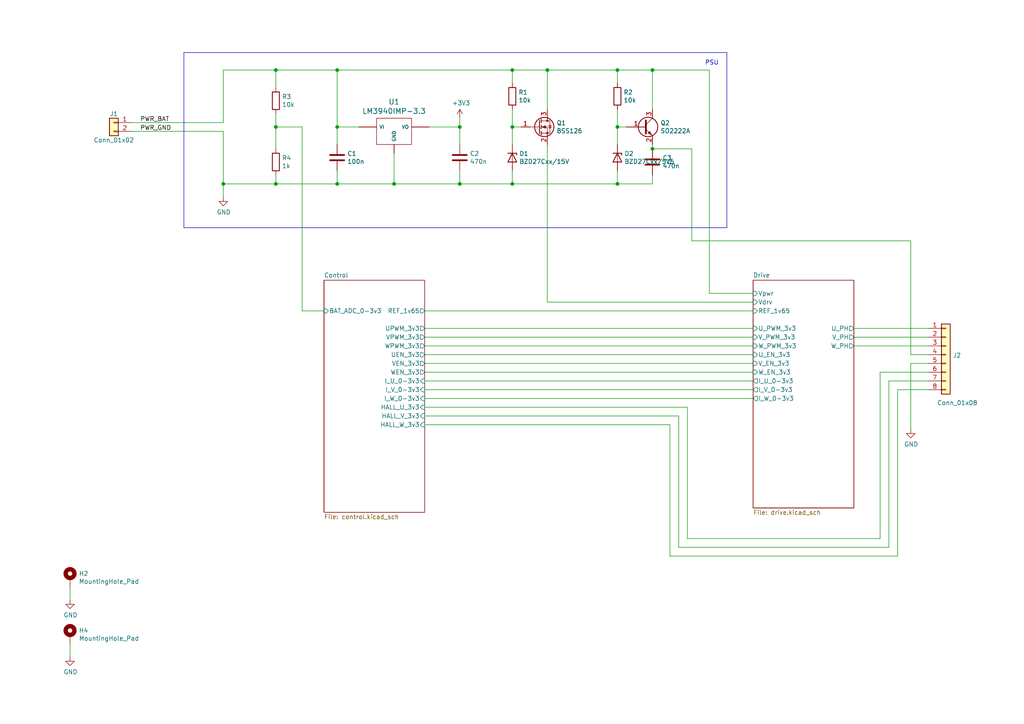
<source format=kicad_sch>
(kicad_sch (version 20230121) (generator eeschema)
  (paper "A4")
  (title_block (title "Canon") (rev "2019") (company "Cocobot") (comment 1 "Version originale: Brushless SSLv2 - R. Deniéport") (comment 2 "CC-BY 4.0"))
  (lib_symbols
    (symbol "Connector_Generic:Conn_01x02" (pin_names (offset 1.016) hide)
      (property "Reference" "J" (at 0 2.54 0))
      (property "Value" "Conn_01x02" (at 0 -5.08 0))
      (symbol "Conn_01x02_1_1"
        (rectangle (start -1.27 -2.413) (end 0 -2.667) (stroke (width 0.1524)))
        (rectangle (start -1.27 0.127) (end 0 -0.127) (stroke (width 0.1524)))
        (rectangle (start -1.27 1.27) (end 1.27 -3.81) (stroke (width 0.254)) (fill (type background)))
        (pin passive line (at -5.08 0 0) (length 3.81) (name "Pin_1") (number "1"))
        (pin passive line (at -5.08 -2.54 0) (length 3.81) (name "Pin_2") (number "2"))
      )
    )
    (symbol "Connector_Generic:Conn_01x08" (pin_names (offset 1.016) hide)
      (property "Reference" "J" (at 0 10.16 0))
      (property "Value" "Conn_01x08" (at 0 -12.7 0))
      (symbol "Conn_01x08_1_1"
        (rectangle (start -1.27 -10.033) (end 0 -10.287) (stroke (width 0.1524)))
        (rectangle (start -1.27 -7.493) (end 0 -7.747) (stroke (width 0.1524)))
        (rectangle (start -1.27 -4.953) (end 0 -5.207) (stroke (width 0.1524)))
        (rectangle (start -1.27 -2.413) (end 0 -2.667) (stroke (width 0.1524)))
        (rectangle (start -1.27 0.127) (end 0 -0.127) (stroke (width 0.1524)))
        (rectangle (start -1.27 2.667) (end 0 2.413) (stroke (width 0.1524)))
        (rectangle (start -1.27 5.207) (end 0 4.953) (stroke (width 0.1524)))
        (rectangle (start -1.27 7.747) (end 0 7.493) (stroke (width 0.1524)))
        (rectangle (start -1.27 8.89) (end 1.27 -11.43) (stroke (width 0.254)) (fill (type background)))
        (pin passive line (at -5.08 7.62 0) (length 3.81) (name "Pin_1") (number "1"))
        (pin passive line (at -5.08 5.08 0) (length 3.81) (name "Pin_2") (number "2"))
        (pin passive line (at -5.08 2.54 0) (length 3.81) (name "Pin_3") (number "3"))
        (pin passive line (at -5.08 0 0) (length 3.81) (name "Pin_4") (number "4"))
        (pin passive line (at -5.08 -2.54 0) (length 3.81) (name "Pin_5") (number "5"))
        (pin passive line (at -5.08 -5.08 0) (length 3.81) (name "Pin_6") (number "6"))
        (pin passive line (at -5.08 -7.62 0) (length 3.81) (name "Pin_7") (number "7"))
        (pin passive line (at -5.08 -10.16 0) (length 3.81) (name "Pin_8") (number "8"))
      )
    )
    (symbol "Device:C" (pin_numbers hide) (pin_names (offset 0.254))
      (property "Reference" "C" (at 0.635 2.54 0))
      (property "Value" "C" (at 0.635 -2.54 0))
      (symbol "C_0_1"
        (polyline (pts (xy -2.032 -0.762) (xy 2.032 -0.762)) (stroke (width 0.508)))
        (polyline (pts (xy -2.032 0.762) (xy 2.032 0.762)) (stroke (width 0.508)))
      )
      (symbol "C_1_1"
        (pin passive line (at 0 3.81 270) (length 2.794) (name "~") (number "1"))
        (pin passive line (at 0 -3.81 90) (length 2.794) (name "~") (number "2"))
      )
    )
    (symbol "Device:D_Zener" (pin_numbers hide) (pin_names (offset 1.016) hide)
      (property "Reference" "D" (at 0 2.54 0))
      (property "Value" "D_Zener" (at 0 -2.54 0))
      (symbol "D_Zener_0_1"
        (polyline (pts (xy 1.27 0) (xy -1.27 0)))
        (polyline (pts (xy -1.27 -1.27) (xy -1.27 1.27) (xy -0.762 1.27)) (stroke (width 0.254)))
        (polyline (pts (xy 1.27 -1.27) (xy 1.27 1.27) (xy -1.27 0) (xy 1.27 -1.27)) (stroke (width 0.254)))
      )
      (symbol "D_Zener_1_1"
        (pin passive line (at -3.81 0 0) (length 2.54) (name "K") (number "1"))
        (pin passive line (at 3.81 0 180) (length 2.54) (name "A") (number "2"))
      )
    )
    (symbol "Device:Q_NMOS_GSD" (pin_names (offset 0) hide)
      (property "Reference" "Q" (at 5.08 1.27 0))
      (property "Value" "Q_NMOS_GSD" (at 5.08 -1.27 0))
      (symbol "Q_NMOS_GSD_0_1"
        (polyline (pts (xy 0.254 0) (xy -2.54 0)))
        (polyline (pts (xy 0.254 1.905) (xy 0.254 -1.905)) (stroke (width 0.254)))
        (polyline (pts (xy 0.762 -1.27) (xy 0.762 -2.286)) (stroke (width 0.254)))
        (polyline (pts (xy 0.762 0.508) (xy 0.762 -0.508)) (stroke (width 0.254)))
        (polyline (pts (xy 0.762 2.286) (xy 0.762 1.27)) (stroke (width 0.254)))
        (polyline (pts (xy 2.54 2.54) (xy 2.54 1.778)))
        (polyline (pts (xy 2.54 -2.54) (xy 2.54 0) (xy 0.762 0)))
        (polyline (pts (xy 0.762 -1.778) (xy 3.302 -1.778) (xy 3.302 1.778) (xy 0.762 1.778)))
        (polyline (pts (xy 1.016 0) (xy 2.032 0.381) (xy 2.032 -0.381) (xy 1.016 0)) (fill (type outline)))
        (polyline (pts (xy 2.794 0.508) (xy 2.921 0.381) (xy 3.683 0.381) (xy 3.81 0.254)))
        (polyline (pts (xy 3.302 0.381) (xy 2.921 -0.254) (xy 3.683 -0.254) (xy 3.302 0.381)))
        (circle (center 1.651 0) (radius 2.794) (stroke (width 0.254)))
        (circle (center 2.54 -1.778) (radius 0.254) (fill (type outline)))
        (circle (center 2.54 1.778) (radius 0.254) (fill (type outline)))
      )
      (symbol "Q_NMOS_GSD_1_1"
        (pin input line (at -5.08 0 0) (length 2.54) (name "G") (number "1"))
        (pin passive line (at 2.54 -5.08 90) (length 2.54) (name "S") (number "2"))
        (pin passive line (at 2.54 5.08 270) (length 2.54) (name "D") (number "3"))
      )
    )
    (symbol "Device:Q_NPN_BEC" (pin_names (offset 0) hide)
      (property "Reference" "Q" (at 5.08 1.27 0))
      (property "Value" "Q_NPN_BEC" (at 5.08 -1.27 0))
      (symbol "Q_NPN_BEC_0_1"
        (polyline (pts (xy 0.635 0.635) (xy 2.54 2.54)))
        (polyline (pts (xy 0.635 -0.635) (xy 2.54 -2.54) (xy 2.54 -2.54)))
        (polyline (pts (xy 0.635 1.905) (xy 0.635 -1.905) (xy 0.635 -1.905)) (stroke (width 0.508)))
        (polyline (pts (xy 1.27 -1.778) (xy 1.778 -1.27) (xy 2.286 -2.286) (xy 1.27 -1.778) (xy 1.27 -1.778)) (fill (type outline)))
        (circle (center 1.27 0) (radius 2.8194) (stroke (width 0.254)))
      )
      (symbol "Q_NPN_BEC_1_1"
        (pin input line (at -5.08 0 0) (length 5.715) (name "B") (number "1"))
        (pin passive line (at 2.54 -5.08 90) (length 2.54) (name "E") (number "2"))
        (pin passive line (at 2.54 5.08 270) (length 2.54) (name "C") (number "3"))
      )
    )
    (symbol "Device:R" (pin_numbers hide) (pin_names (offset 0))
      (property "Reference" "R" (at 2.032 0 90))
      (property "Value" "R" (at 0 0 90))
      (symbol "R_0_1"
        (rectangle (start -1.016 -2.54) (end 1.016 2.54) (stroke (width 0.254)))
      )
      (symbol "R_1_1"
        (pin passive line (at 0 3.81 270) (length 1.27) (name "~") (number "1"))
        (pin passive line (at 0 -3.81 90) (length 1.27) (name "~") (number "2"))
      )
    )
    (symbol "Mechanical:MountingHole_Pad" (pin_numbers hide) (pin_names (offset 1.016) hide)
      (property "Reference" "H" (at 0 6.35 0))
      (property "Value" "MountingHole_Pad" (at 0 4.445 0))
      (symbol "MountingHole_Pad_0_1"
        (circle (center 0 1.27) (radius 1.27) (stroke (width 1.27)))
      )
      (symbol "MountingHole_Pad_1_1"
        (pin input line (at 0 -2.54 90) (length 2.54) (name "1") (number "1"))
      )
    )
    (symbol "canon_2019-rescue:LM3940IMP-3.3-espitall" (pin_numbers hide) (pin_names (offset 0.762))
      (property "Reference" "U" (at 3.81 -4.9784 0))
      (property "Value" "espitall:LM3940IMP-3.3" (at 0 5.08 0))
      (symbol "LM3940IMP-3.3-espitall_0_1"
        (rectangle (start -5.08 -3.81) (end 5.08 3.81))
      )
      (symbol "LM3940IMP-3.3-espitall_1_1"
        (pin power_in line (at -10.16 1.27 0) (length 5.08) (name "VI") (number "1"))
        (pin power_in line (at 0 -6.35 90) (length 2.54) (name "GND") (number "2"))
        (pin power_out line (at 10.16 1.27 180) (length 5.08) (name "VO") (number "3"))
      )
    )
    (symbol "power:+3V3" (power) (pin_names (offset 0))
      (property "Value" "+3V3" (at 0 3.556 0))
      (symbol "+3V3_0_1"
        (polyline (pts (xy -0.762 1.27) (xy 0 2.54)))
        (polyline (pts (xy 0 0) (xy 0 2.54)))
        (polyline (pts (xy 0 2.54) (xy 0.762 1.27)))
      )
      (symbol "+3V3_1_1"
        (pin power_in line (at 0 0 90) (length 0) hide (name "+3V3") (number "1"))
      )
    )
    (symbol "power:GND" (power) (pin_names (offset 0))
      (property "Value" "GND" (at 0 -3.81 0))
      (symbol "GND_0_1"
        (polyline (pts (xy 0 0) (xy 0 -1.27) (xy 1.27 -1.27) (xy 0 -2.54) (xy -1.27 -1.27) (xy 0 -1.27)))
      )
      (symbol "GND_1_1"
        (pin power_in line (at 0 0 270) (length 0) hide (name "GND") (number "1"))
      )
    )
  )
  (junction (at 133.35 36.83))
  (junction (at 179.07 53.34))
  (junction (at 179.07 36.83))
  (junction (at 133.35 53.34))
  (junction (at 80.01 36.83))
  (junction (at 189.23 43.18))
  (junction (at 179.07 20.32))
  (junction (at 189.23 20.32))
  (junction (at 114.3 53.34))
  (junction (at 97.79 36.83))
  (junction (at 148.59 20.32))
  (junction (at 97.79 20.32))
  (junction (at 158.75 20.32))
  (junction (at 80.01 53.34))
  (junction (at 97.79 53.34))
  (junction (at 148.59 36.83))
  (junction (at 148.59 53.34))
  (junction (at 64.77 53.34))
  (junction (at 80.01 20.32))
  (wire (pts (xy 158.75 20.32) (xy 179.07 20.32)))
  (wire (pts (xy 196.85 120.65) (xy 123.19 120.65)))
  (wire (pts (xy 269.24 102.87) (xy 264.16 102.87)))
  (wire (pts (xy 189.23 43.18) (xy 200.66 43.18)))
  (polyline (pts (xy 53.34 15.24) (xy 53.34 66.04)))
  (wire (pts (xy 123.19 100.33) (xy 218.44 100.33)))
  (wire (pts (xy 80.01 36.83) (xy 80.01 43.18)))
  (wire (pts (xy 269.24 100.33) (xy 247.65 100.33)))
  (wire (pts (xy 179.07 41.91) (xy 179.07 36.83)))
  (wire (pts (xy 181.61 36.83) (xy 179.07 36.83)))
  (wire (pts (xy 97.79 53.34) (xy 97.79 49.53)))
  (wire (pts (xy 269.24 107.95) (xy 255.27 107.95)))
  (wire (pts (xy 114.3 53.34) (xy 133.35 53.34)))
  (wire (pts (xy 269.24 110.49) (xy 257.81 110.49)))
  (wire (pts (xy 20.32 173.99) (xy 20.32 170.18)))
  (wire (pts (xy 123.19 105.41) (xy 218.44 105.41)))
  (wire (pts (xy 264.16 124.46) (xy 264.16 105.41)))
  (wire (pts (xy 97.79 53.34) (xy 114.3 53.34)))
  (wire (pts (xy 247.65 95.25) (xy 269.24 95.25)))
  (wire (pts (xy 64.77 38.1) (xy 64.77 53.34)))
  (wire (pts (xy 133.35 53.34) (xy 133.35 49.53)))
  (polyline (pts (xy 210.82 15.24) (xy 53.34 15.24)))
  (wire (pts (xy 179.07 36.83) (xy 179.07 31.75)))
  (wire (pts (xy 189.23 50.8) (xy 189.23 53.34)))
  (wire (pts (xy 148.59 53.34) (xy 133.35 53.34)))
  (polyline (pts (xy 53.34 66.04) (xy 210.82 66.04)))
  (wire (pts (xy 97.79 20.32) (xy 148.59 20.32)))
  (wire (pts (xy 257.81 110.49) (xy 257.81 158.75)))
  (wire (pts (xy 93.98 90.17) (xy 87.63 90.17)))
  (wire (pts (xy 255.27 156.21) (xy 199.39 156.21)))
  (polyline (pts (xy 210.82 66.04) (xy 210.82 15.24)))
  (wire (pts (xy 260.35 161.29) (xy 260.35 113.03)))
  (wire (pts (xy 218.44 107.95) (xy 123.19 107.95)))
  (wire (pts (xy 196.85 158.75) (xy 196.85 120.65)))
  (wire (pts (xy 64.77 20.32) (xy 80.01 20.32)))
  (wire (pts (xy 205.74 85.09) (xy 218.44 85.09)))
  (wire (pts (xy 104.14 36.83) (xy 97.79 36.83)))
  (wire (pts (xy 114.3 53.34) (xy 114.3 44.45)))
  (wire (pts (xy 200.66 43.18) (xy 200.66 69.85)))
  (wire (pts (xy 97.79 36.83) (xy 97.79 20.32)))
  (wire (pts (xy 194.31 161.29) (xy 260.35 161.29)))
  (wire (pts (xy 218.44 115.57) (xy 123.19 115.57)))
  (wire (pts (xy 218.44 110.49) (xy 123.19 110.49)))
  (wire (pts (xy 158.75 31.75) (xy 158.75 20.32)))
  (wire (pts (xy 179.07 49.53) (xy 179.07 53.34)))
  (wire (pts (xy 264.16 102.87) (xy 264.16 69.85)))
  (wire (pts (xy 199.39 156.21) (xy 199.39 118.11)))
  (wire (pts (xy 189.23 20.32) (xy 205.74 20.32)))
  (wire (pts (xy 87.63 36.83) (xy 87.63 90.17)))
  (wire (pts (xy 257.81 158.75) (xy 196.85 158.75)))
  (wire (pts (xy 38.1 38.1) (xy 64.77 38.1)))
  (wire (pts (xy 123.19 113.03) (xy 218.44 113.03)))
  (wire (pts (xy 148.59 53.34) (xy 179.07 53.34)))
  (wire (pts (xy 133.35 41.91) (xy 133.35 36.83)))
  (wire (pts (xy 179.07 20.32) (xy 179.07 24.13)))
  (wire (pts (xy 158.75 41.91) (xy 158.75 87.63)))
  (wire (pts (xy 218.44 102.87) (xy 123.19 102.87)))
  (wire (pts (xy 148.59 20.32) (xy 148.59 24.13)))
  (wire (pts (xy 189.23 41.91) (xy 189.23 43.18)))
  (wire (pts (xy 64.77 35.56) (xy 64.77 20.32)))
  (wire (pts (xy 260.35 113.03) (xy 269.24 113.03)))
  (wire (pts (xy 189.23 31.75) (xy 189.23 20.32)))
  (wire (pts (xy 123.19 95.25) (xy 218.44 95.25)))
  (wire (pts (xy 80.01 50.8) (xy 80.01 53.34)))
  (wire (pts (xy 64.77 53.34) (xy 80.01 53.34)))
  (wire (pts (xy 80.01 36.83) (xy 87.63 36.83)))
  (wire (pts (xy 148.59 49.53) (xy 148.59 53.34)))
  (wire (pts (xy 189.23 53.34) (xy 179.07 53.34)))
  (wire (pts (xy 20.32 190.5) (xy 20.32 186.69)))
  (wire (pts (xy 80.01 33.02) (xy 80.01 36.83)))
  (wire (pts (xy 123.19 123.19) (xy 194.31 123.19)))
  (wire (pts (xy 133.35 34.29) (xy 133.35 36.83)))
  (wire (pts (xy 255.27 107.95) (xy 255.27 156.21)))
  (wire (pts (xy 264.16 69.85) (xy 200.66 69.85)))
  (wire (pts (xy 123.19 90.17) (xy 218.44 90.17)))
  (wire (pts (xy 189.23 20.32) (xy 179.07 20.32)))
  (wire (pts (xy 264.16 105.41) (xy 269.24 105.41)))
  (wire (pts (xy 158.75 20.32) (xy 148.59 20.32)))
  (wire (pts (xy 80.01 53.34) (xy 97.79 53.34)))
  (wire (pts (xy 218.44 97.79) (xy 123.19 97.79)))
  (wire (pts (xy 247.65 97.79) (xy 269.24 97.79)))
  (wire (pts (xy 151.13 36.83) (xy 148.59 36.83)))
  (wire (pts (xy 148.59 36.83) (xy 148.59 31.75)))
  (wire (pts (xy 199.39 118.11) (xy 123.19 118.11)))
  (wire (pts (xy 38.1 35.56) (xy 64.77 35.56)))
  (wire (pts (xy 64.77 57.15) (xy 64.77 53.34)))
  (wire (pts (xy 97.79 41.91) (xy 97.79 36.83)))
  (wire (pts (xy 97.79 20.32) (xy 80.01 20.32)))
  (wire (pts (xy 205.74 20.32) (xy 205.74 85.09)))
  (wire (pts (xy 218.44 87.63) (xy 158.75 87.63)))
  (wire (pts (xy 194.31 123.19) (xy 194.31 161.29)))
  (wire (pts (xy 124.46 36.83) (xy 133.35 36.83)))
  (wire (pts (xy 80.01 25.4) (xy 80.01 20.32)))
  (wire (pts (xy 148.59 41.91) (xy 148.59 36.83)))
  (text "PSU" (at 204.47 19.05 0) (effects (font (size 1.27 1.27)) (justify left bottom)))
  (label "PWR_GND" (at 40.64 38.1 0))
  (label "PWR_BAT" (at 40.64 35.56 0))
  (symbol (lib_id "Connector_Generic:Conn_01x02") (at 33.02 35.56 0) (mirror y) (unit 1)
    (property "Reference" "J1" (at 33.02 33.02 0))
    (property "Value" "Conn_01x02" (at 33.02 40.64 0))
    (property "Footprint" "Pin_Headers:Pin_Header_Straight_1x02_Pitch2.54mm" (effects hide))
  )
  (symbol (lib_id "Device:R") (at 80.01 29.21 0) (unit 1)
    (property "Reference" "R3" (at 81.788 28.0416 0) (effects (justify left)))
    (property "Value" "10k" (at 81.788 30.353 0) (effects (justify left)))
    (property "Footprint" "espitall:R_0603" (effects hide))
  )
  (symbol (lib_id "Device:R") (at 80.01 46.99 0) (unit 1)
    (property "Reference" "R4" (at 81.788 45.8216 0) (effects (justify left)))
    (property "Value" "1k" (at 81.788 48.133 0) (effects (justify left)))
    (property "Footprint" "espitall:R_0603" (effects hide))
  )
  (symbol (lib_id "canon_2019-rescue:LM3940IMP-3.3-espitall") (at 114.3 38.1 0) (unit 1)
    (property "Reference" "U1" (at 114.3 29.5402 0) (effects (font (size 1.524 1.524))))
    (property "Value" "LM3940IMP-3.3" (at 114.3 32.2326 0) (effects (font (size 1.524 1.524))))
    (property "Footprint" "espitall:SOT-223-3_TabPin2" (effects hide))
  )
  (symbol (lib_id "Device:C") (at 97.79 45.72 0) (unit 1)
    (property "Reference" "C1" (at 100.711 44.5516 0) (effects (justify left)))
    (property "Value" "100n" (at 100.711 46.863 0) (effects (justify left)))
    (property "Footprint" "espitall:C_0603" (effects hide))
  )
  (symbol (lib_id "power:+3V3") (at 133.35 34.29 0) (unit 1)
    (property "Reference" "#PWR0101" (effects hide))
    (property "Value" "+3V3" (at 133.731 29.8958 0))
  )
  (symbol (lib_id "Device:C") (at 133.35 45.72 0) (unit 1)
    (property "Reference" "C2" (at 136.271 44.5516 0) (effects (justify left)))
    (property "Value" "470n" (at 136.271 46.863 0) (effects (justify left)))
    (property "Footprint" "espitall:C_0603" (effects hide))
  )
  (symbol (lib_id "power:GND") (at 64.77 57.15 0) (unit 1)
    (property "Reference" "#PWR0102" (effects hide))
    (property "Value" "GND" (at 64.897 61.5442 0))
  )
  (symbol (lib_id "Device:R") (at 148.59 27.94 0) (unit 1)
    (property "Reference" "R1" (at 150.368 26.7716 0) (effects (justify left)))
    (property "Value" "10k" (at 150.368 29.083 0) (effects (justify left)))
    (property "Footprint" "espitall:R_0603" (effects hide))
  )
  (symbol (lib_id "Device:D_Zener") (at 148.59 45.72 270) (unit 1)
    (property "Reference" "D1" (at 150.5966 44.5516 90) (effects (justify left)))
    (property "Value" "BZD27Cxx/15V" (at 150.5966 46.863 90) (effects (justify left)))
    (property "Footprint" "Diodes_SMD:D_SOD-323" (effects hide))
  )
  (symbol (lib_id "Device:Q_NMOS_GSD") (at 156.21 36.83 0) (unit 1)
    (property "Reference" "Q1" (at 161.417 35.6616 0) (effects (justify left)))
    (property "Value" "BSS126" (at 161.417 37.973 0) (effects (justify left)))
    (property "Footprint" "espitall:SOT-23" (effects hide))
  )
  (symbol (lib_id "Device:R") (at 179.07 27.94 0) (unit 1)
    (property "Reference" "R2" (at 180.848 26.7716 0) (effects (justify left)))
    (property "Value" "10k" (at 180.848 29.083 0) (effects (justify left)))
    (property "Footprint" "espitall:R_0603" (effects hide))
  )
  (symbol (lib_id "Device:D_Zener") (at 179.07 45.72 270) (unit 1)
    (property "Reference" "D2" (at 181.0766 44.5516 90) (effects (justify left)))
    (property "Value" "BZD27Cxx/5V6" (at 181.0766 46.863 90) (effects (justify left)))
    (property "Footprint" "Diodes_SMD:D_SOD-323" (effects hide))
  )
  (symbol (lib_id "Device:C") (at 189.23 46.99 0) (unit 1)
    (property "Reference" "C3" (at 192.151 45.8216 0) (effects (justify left)))
    (property "Value" "470n" (at 192.151 48.133 0) (effects (justify left)))
    (property "Footprint" "espitall:C_0603" (effects hide))
  )
  (symbol (lib_id "Device:Q_NPN_BEC") (at 186.69 36.83 0) (unit 1)
    (property "Reference" "Q2" (at 191.5414 35.6616 0) (effects (justify left)))
    (property "Value" "SO2222A" (at 191.5414 37.973 0) (effects (justify left)))
    (property "Footprint" "TO_SOT_Packages_SMD:SOT-23" (effects hide))
  )
  (symbol (lib_id "Connector_Generic:Conn_01x08") (at 274.32 102.87 0) (unit 1)
    (property "Reference" "J2" (at 276.352 103.0732 0) (effects (justify left)))
    (property "Value" "Conn_01x08" (at 271.78 116.84 0) (effects (justify left)))
    (property "Footprint" "Pin_Headers:Pin_Header_Straight_1x08_Pitch2.54mm" (effects hide))
  )
  (symbol (lib_id "power:GND") (at 264.16 124.46 0) (unit 1)
    (property "Reference" "#PWR0103" (effects hide))
    (property "Value" "GND" (at 264.287 128.8542 0))
  )
  (symbol (lib_id "Mechanical:MountingHole_Pad") (at 20.32 184.15 0) (unit 1)
    (property "Reference" "H4" (at 22.86 182.8546 0) (effects (justify left)))
    (property "Value" "MountingHole_Pad" (at 22.86 185.166 0) (effects (justify left)))
    (property "Footprint" "Mounting_Holes:MountingHole_3.2mm_M3" (effects hide))
  )
  (symbol (lib_id "power:GND") (at 20.32 190.5 0) (unit 1)
    (property "Reference" "#PWR0104" (effects hide))
    (property "Value" "GND" (at 20.447 194.8942 0))
  )
  (symbol (lib_id "Mechanical:MountingHole_Pad") (at 20.32 167.64 0) (unit 1)
    (property "Reference" "H2" (at 22.86 166.3446 0) (effects (justify left)))
    (property "Value" "MountingHole_Pad" (at 22.86 168.656 0) (effects (justify left)))
    (property "Footprint" "Mounting_Holes:MountingHole_3.2mm_M3" (effects hide))
  )
  (symbol (lib_id "power:GND") (at 20.32 173.99 0) (unit 1)
    (property "Reference" "#PWR0106" (effects hide))
    (property "Value" "GND" (at 20.447 178.3842 0))
  )
  (sheet (at 93.98 81.28) (size 29.21 67.31)
    (property "Sheetname" "Control" (at 93.98 80.5684 0) (effects (justify left bottom)))
    (property "Sheetfile" "control.kicad_sch" (at 93.98 149.1746 0) (effects (justify left top)))
    (pin "REF_1v65" output (at 123.19 90.17 0))
    (pin "I_W_0-3v3" input (at 123.19 115.57 0))
    (pin "I_U_0-3v3" input (at 123.19 110.49 0))
    (pin "I_V_0-3v3" input (at 123.19 113.03 0))
    (pin "HALL_U_3v3" input (at 123.19 118.11 0))
    (pin "HALL_V_3v3" input (at 123.19 120.65 0))
    (pin "HALL_W_3v3" input (at 123.19 123.19 0))
    (pin "BAT_ADC_0-3v3" input (at 93.98 90.17 180))
    (pin "UPWM_3v3" output (at 123.19 95.25 0))
    (pin "VPWM_3v3" output (at 123.19 97.79 0))
    (pin "WPWM_3v3" output (at 123.19 100.33 0))
    (pin "WEN_3v3" output (at 123.19 107.95 0))
    (pin "VEN_3v3" output (at 123.19 105.41 0))
    (pin "UEN_3v3" output (at 123.19 102.87 0))
  )
  (sheet (at 218.44 81.28) (size 29.21 66.04)
    (property "Sheetname" "Drive" (at 218.44 80.5684 0) (effects (justify left bottom)))
    (property "Sheetfile" "drive.kicad_sch" (at 218.44 147.9046 0) (effects (justify left top)))
    (pin "Vdrv" input (at 218.44 87.63 180))
    (pin "Vpwr" input (at 218.44 85.09 180))
    (pin "U_PWM_3v3" input (at 218.44 95.25 180))
    (pin "U_EN_3v3" input (at 218.44 102.87 180))
    (pin "V_PWM_3v3" input (at 218.44 97.79 180))
    (pin "V_EN_3v3" input (at 218.44 105.41 180))
    (pin "W_PWM_3v3" input (at 218.44 100.33 180))
    (pin "W_EN_3v3" input (at 218.44 107.95 180))
    (pin "REF_1v65" input (at 218.44 90.17 180))
    (pin "U_PH" output (at 247.65 95.25 0))
    (pin "I_U_0-3v3" output (at 218.44 110.49 180))
    (pin "V_PH" output (at 247.65 97.79 0))
    (pin "I_V_0-3v3" output (at 218.44 113.03 180))
    (pin "W_PH" output (at 247.65 100.33 0))
    (pin "I_W_0-3v3" output (at 218.44 115.57 180))
  )
)
</source>
